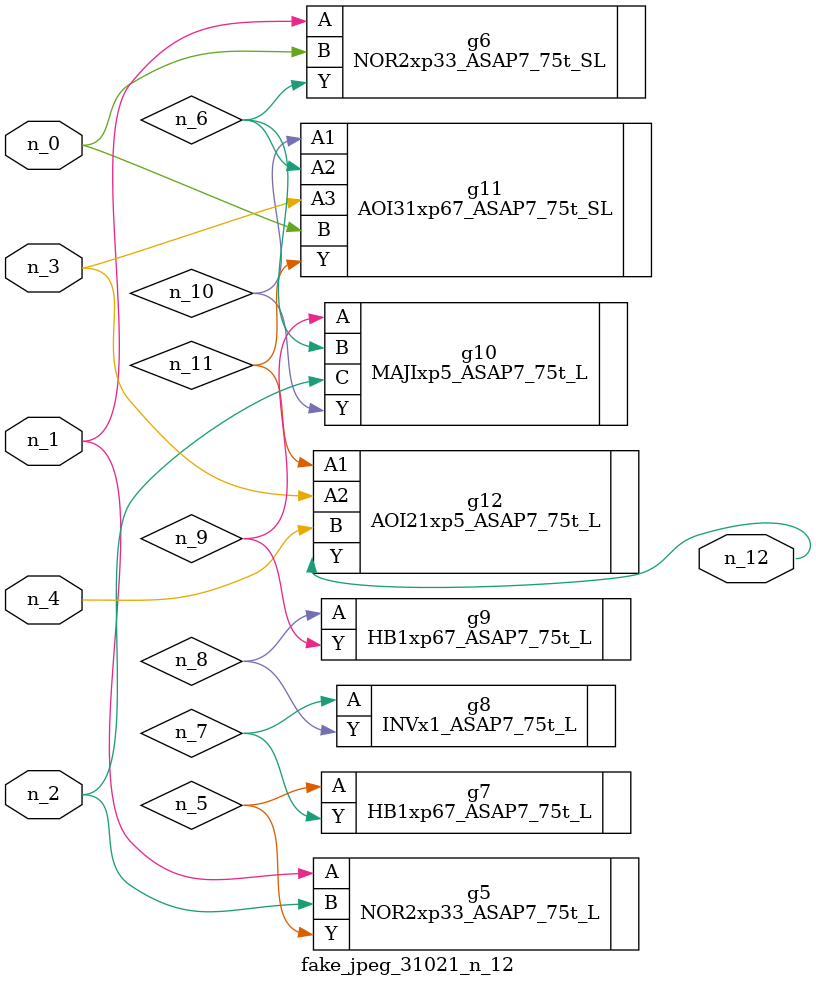
<source format=v>
module fake_jpeg_31021_n_12 (n_3, n_2, n_1, n_0, n_4, n_12);

input n_3;
input n_2;
input n_1;
input n_0;
input n_4;

output n_12;

wire n_11;
wire n_10;
wire n_8;
wire n_9;
wire n_6;
wire n_5;
wire n_7;

NOR2xp33_ASAP7_75t_L g5 ( 
.A(n_1),
.B(n_2),
.Y(n_5)
);

NOR2xp33_ASAP7_75t_SL g6 ( 
.A(n_1),
.B(n_0),
.Y(n_6)
);

HB1xp67_ASAP7_75t_L g7 ( 
.A(n_5),
.Y(n_7)
);

INVx1_ASAP7_75t_L g8 ( 
.A(n_7),
.Y(n_8)
);

HB1xp67_ASAP7_75t_L g9 ( 
.A(n_8),
.Y(n_9)
);

MAJIxp5_ASAP7_75t_L g10 ( 
.A(n_9),
.B(n_6),
.C(n_2),
.Y(n_10)
);

AOI31xp67_ASAP7_75t_SL g11 ( 
.A1(n_10),
.A2(n_6),
.A3(n_3),
.B(n_0),
.Y(n_11)
);

AOI21xp5_ASAP7_75t_L g12 ( 
.A1(n_11),
.A2(n_3),
.B(n_4),
.Y(n_12)
);


endmodule
</source>
